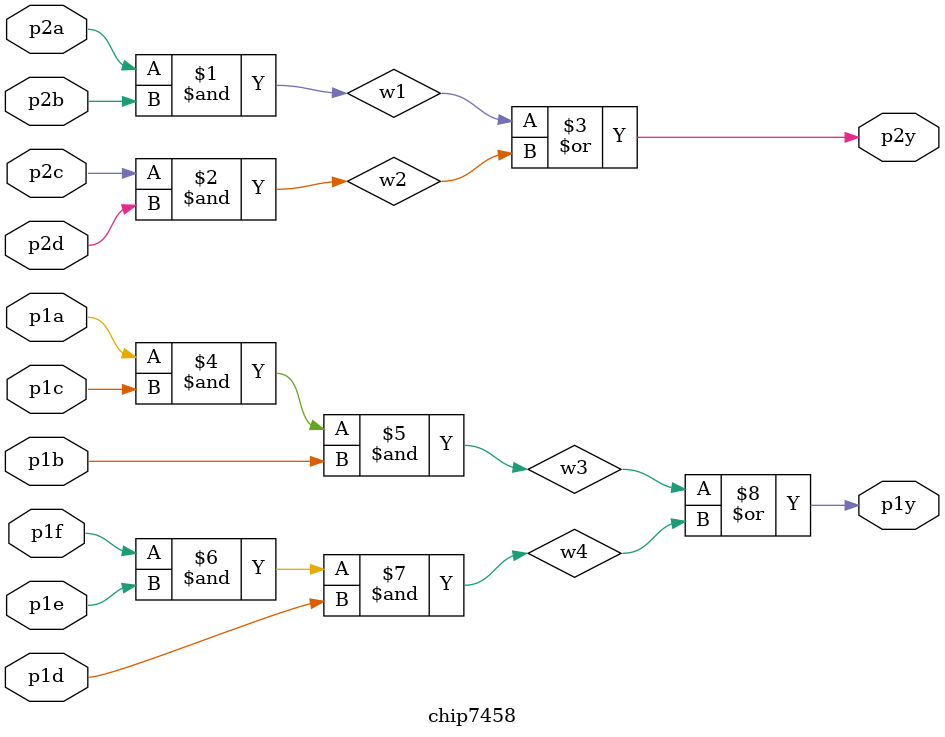
<source format=v>
`timescale 1ns / 1ps
module chip7458(
    input p1a,
    input p1b,
    input p1c,
    input p1d,
    input p1e,
    input p1f,
    output p1y,
    input p2a,
    input p2b,
    input p2c,
    input p2d,
    output p2y
    );

	wire w1,w2,w3,w4;
	
	assign w1 = p2a & p2b;
	assign w2 = p2c & p2d;
	assign p2y = w1 | w2;
	
	assign w3 = p1a & p1c & p1b;
	assign w4 = p1f & p1e & p1d;
	assign p1y = w3 | w4;
	
endmodule

</source>
